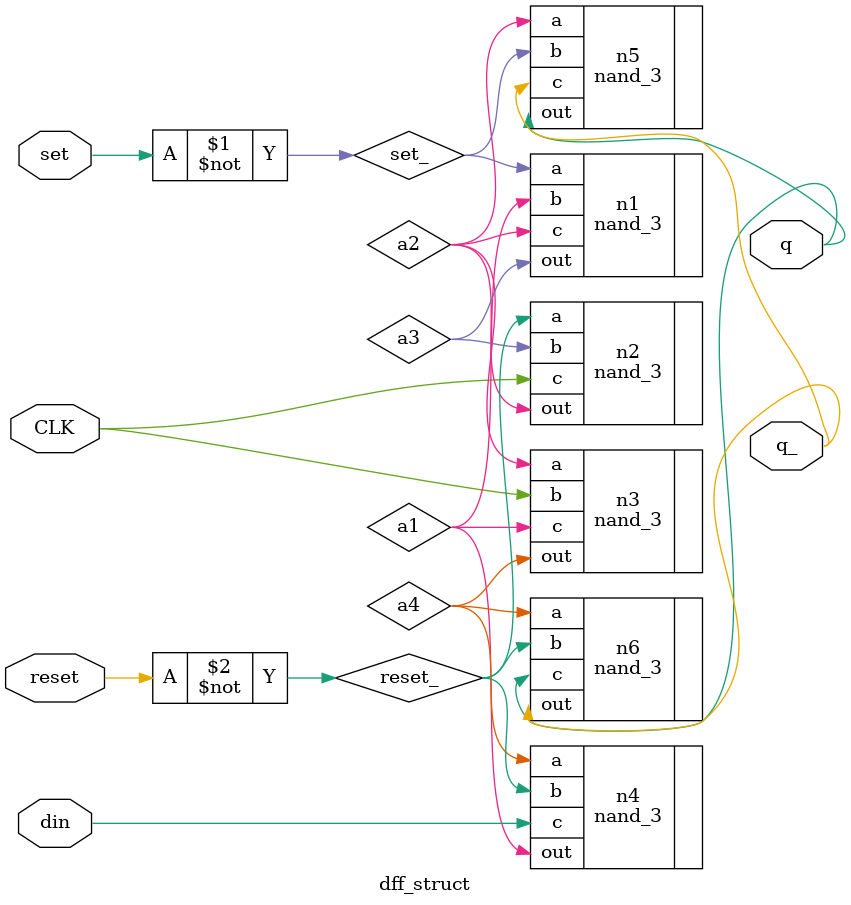
<source format=v>
`timescale 1ns / 1ps
module dff_struct(
    input din,
    input CLK,
    input set,
    input reset,
    output q,
    output q_
    );
wire a1,a2,a3,a4,set_,reset_; 
not m1(set_,set);
not m2(reset_,reset);
nand_3 n1(.a(set_),.b(a1),.c(a2),.out(a3));
nand_3 n2(.a(reset_),.b(a3),.c(CLK),.out(a2));
nand_3 n3(.a(a2),.b(CLK),.c(a1),.out(a4));
nand_3 n4(.a(a4),.b(reset_),.c(din),.out(a1));
nand_3 n5(.a(a2),.b(set_),.c(q_),.out(q));
nand_3 n6(.a(a4),.b(reset_),.c(q),.out(q_));

endmodule

</source>
